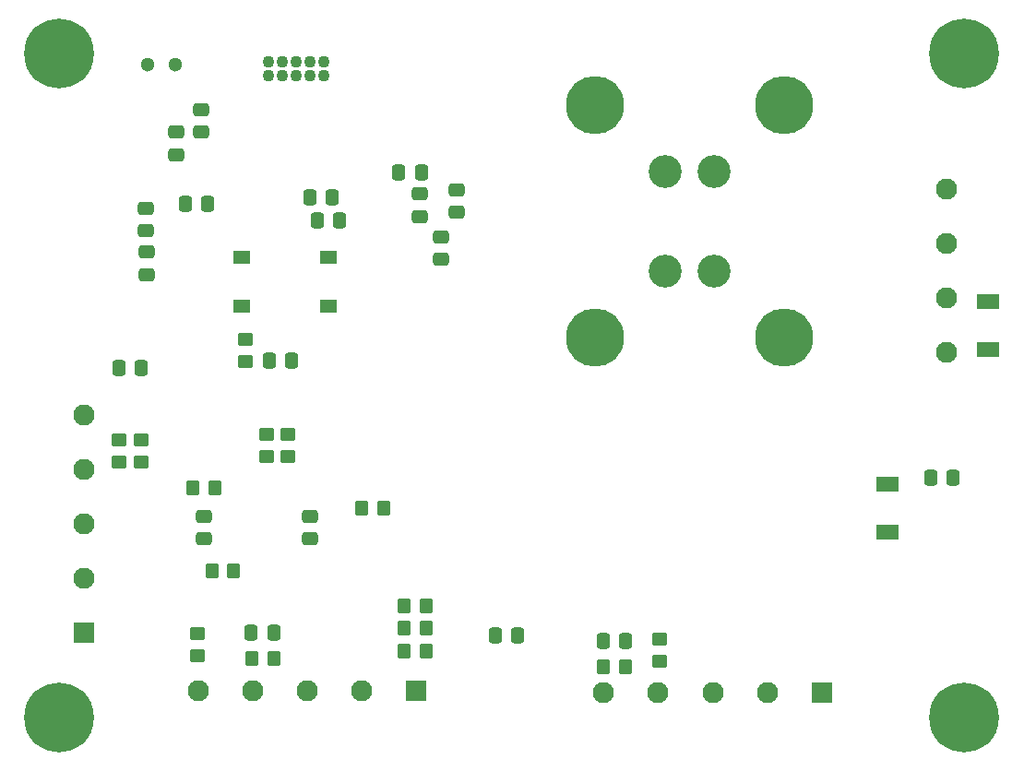
<source format=gbr>
%TF.GenerationSoftware,KiCad,Pcbnew,(6.0.0)*%
%TF.CreationDate,2022-02-17T00:51:34-06:00*%
%TF.ProjectId,digitizer,64696769-7469-47a6-9572-2e6b69636164,1*%
%TF.SameCoordinates,Original*%
%TF.FileFunction,Soldermask,Bot*%
%TF.FilePolarity,Negative*%
%FSLAX46Y46*%
G04 Gerber Fmt 4.6, Leading zero omitted, Abs format (unit mm)*
G04 Created by KiCad (PCBNEW (6.0.0)) date 2022-02-17 00:51:34*
%MOMM*%
%LPD*%
G01*
G04 APERTURE LIST*
G04 Aperture macros list*
%AMRoundRect*
0 Rectangle with rounded corners*
0 $1 Rounding radius*
0 $2 $3 $4 $5 $6 $7 $8 $9 X,Y pos of 4 corners*
0 Add a 4 corners polygon primitive as box body*
4,1,4,$2,$3,$4,$5,$6,$7,$8,$9,$2,$3,0*
0 Add four circle primitives for the rounded corners*
1,1,$1+$1,$2,$3*
1,1,$1+$1,$4,$5*
1,1,$1+$1,$6,$7*
1,1,$1+$1,$8,$9*
0 Add four rect primitives between the rounded corners*
20,1,$1+$1,$2,$3,$4,$5,0*
20,1,$1+$1,$4,$5,$6,$7,0*
20,1,$1+$1,$6,$7,$8,$9,0*
20,1,$1+$1,$8,$9,$2,$3,0*%
G04 Aperture macros list end*
%ADD10R,1.950000X1.950000*%
%ADD11C,1.950000*%
%ADD12C,6.400000*%
%ADD13RoundRect,0.250000X-0.475000X0.337500X-0.475000X-0.337500X0.475000X-0.337500X0.475000X0.337500X0*%
%ADD14RoundRect,0.250000X-0.350000X-0.450000X0.350000X-0.450000X0.350000X0.450000X-0.350000X0.450000X0*%
%ADD15C,3.015000*%
%ADD16C,5.340000*%
%ADD17C,1.300000*%
%ADD18R,1.550000X1.300000*%
%ADD19RoundRect,0.250000X-0.337500X-0.475000X0.337500X-0.475000X0.337500X0.475000X-0.337500X0.475000X0*%
%ADD20RoundRect,0.250000X0.450000X-0.350000X0.450000X0.350000X-0.450000X0.350000X-0.450000X-0.350000X0*%
%ADD21RoundRect,0.250000X-0.450000X0.350000X-0.450000X-0.350000X0.450000X-0.350000X0.450000X0.350000X0*%
%ADD22R,2.100000X1.400000*%
%ADD23RoundRect,0.250000X0.337500X0.475000X-0.337500X0.475000X-0.337500X-0.475000X0.337500X-0.475000X0*%
%ADD24RoundRect,0.250000X0.350000X0.450000X-0.350000X0.450000X-0.350000X-0.450000X0.350000X-0.450000X0*%
%ADD25C,1.100000*%
%ADD26RoundRect,0.250000X0.475000X-0.337500X0.475000X0.337500X-0.475000X0.337500X-0.475000X-0.337500X0*%
G04 APERTURE END LIST*
D10*
%TO.C,J303*%
X152220000Y-112670000D03*
D11*
X147220000Y-112670000D03*
X142220000Y-112670000D03*
X137220000Y-112670000D03*
X132220000Y-112670000D03*
%TD*%
D12*
%TO.C,H203*%
X165250000Y-115000000D03*
%TD*%
D10*
%TO.C,J301*%
X84490000Y-107215000D03*
D11*
X84490000Y-102215000D03*
X84490000Y-97215000D03*
X84490000Y-92215000D03*
X84490000Y-87215000D03*
%TD*%
D12*
%TO.C,H204*%
X82250000Y-115000000D03*
%TD*%
%TO.C,H202*%
X165250000Y-54000000D03*
%TD*%
D11*
%TO.C,J202*%
X163640000Y-66420000D03*
X163640000Y-71420000D03*
X163640000Y-76420000D03*
X163640000Y-81420000D03*
%TD*%
D12*
%TO.C,H201*%
X82250000Y-54000000D03*
%TD*%
D10*
%TO.C,J302*%
X114975000Y-112490000D03*
D11*
X109975000Y-112490000D03*
X104975000Y-112490000D03*
X99975000Y-112490000D03*
X94975000Y-112490000D03*
%TD*%
D13*
%TO.C,C415*%
X93000000Y-61212500D03*
X93000000Y-63287500D03*
%TD*%
%TO.C,C202*%
X105250000Y-96500000D03*
X105250000Y-98575000D03*
%TD*%
D14*
%TO.C,R314*%
X99940000Y-109530000D03*
X101940000Y-109530000D03*
%TD*%
D13*
%TO.C,C404*%
X90200000Y-68225000D03*
X90200000Y-70300000D03*
%TD*%
D15*
%TO.C,J201*%
X142325000Y-64860000D03*
X137875000Y-64860000D03*
X137875000Y-73980000D03*
X142325000Y-73980000D03*
D16*
X148750000Y-58750000D03*
X131450000Y-58750000D03*
X131450000Y-80090000D03*
X148750000Y-80090000D03*
%TD*%
D17*
%TO.C,LED201*%
X92870000Y-55000000D03*
X90330000Y-55000000D03*
%TD*%
D13*
%TO.C,C406*%
X117300000Y-70862500D03*
X117300000Y-72937500D03*
%TD*%
D18*
%TO.C,S401*%
X106975000Y-72750000D03*
X99025000Y-72750000D03*
X106975000Y-77250000D03*
X99025000Y-77250000D03*
%TD*%
D19*
%TO.C,C201*%
X162212500Y-93000000D03*
X164287500Y-93000000D03*
%TD*%
D20*
%TO.C,R313*%
X94960000Y-109270000D03*
X94960000Y-107270000D03*
%TD*%
D21*
%TO.C,R206*%
X89750000Y-89500000D03*
X89750000Y-91500000D03*
%TD*%
D14*
%TO.C,R203*%
X110000000Y-95750000D03*
X112000000Y-95750000D03*
%TD*%
D22*
%TO.C,D205*%
X167500000Y-81200000D03*
X167500000Y-76800000D03*
%TD*%
D23*
%TO.C,C408*%
X108000000Y-69300000D03*
X105925000Y-69300000D03*
%TD*%
D13*
%TO.C,C414*%
X90250000Y-72250000D03*
X90250000Y-74325000D03*
%TD*%
D24*
%TO.C,R208*%
X98250000Y-101500000D03*
X96250000Y-101500000D03*
%TD*%
D14*
%TO.C,R302*%
X113900000Y-106800000D03*
X115900000Y-106800000D03*
%TD*%
D25*
%TO.C,J401*%
X101460000Y-54767500D03*
X101460000Y-56037500D03*
X102730000Y-54767500D03*
X102730000Y-56037500D03*
X104000000Y-54767500D03*
X104000000Y-56037500D03*
X105270000Y-54767500D03*
X105270000Y-56037500D03*
X106540000Y-54767500D03*
X106540000Y-56037500D03*
%TD*%
D14*
%TO.C,R304*%
X113900000Y-104700000D03*
X115900000Y-104700000D03*
%TD*%
D23*
%TO.C,C302*%
X124337500Y-107400000D03*
X122262500Y-107400000D03*
%TD*%
D21*
%TO.C,R202*%
X103250000Y-89000000D03*
X103250000Y-91000000D03*
%TD*%
D19*
%TO.C,C403*%
X113425000Y-64925000D03*
X115500000Y-64925000D03*
%TD*%
D14*
%TO.C,R205*%
X94500000Y-93900000D03*
X96500000Y-93900000D03*
%TD*%
D19*
%TO.C,C401*%
X105225000Y-67200000D03*
X107300000Y-67200000D03*
%TD*%
D21*
%TO.C,R201*%
X101250000Y-89000000D03*
X101250000Y-91000000D03*
%TD*%
D13*
%TO.C,C407*%
X118700000Y-66525000D03*
X118700000Y-68600000D03*
%TD*%
D23*
%TO.C,C409*%
X95900000Y-67800000D03*
X93825000Y-67800000D03*
%TD*%
D20*
%TO.C,R407*%
X99300000Y-82300000D03*
X99300000Y-80300000D03*
%TD*%
%TO.C,R316*%
X137310000Y-109800000D03*
X137310000Y-107800000D03*
%TD*%
D22*
%TO.C,D202*%
X158250000Y-93550000D03*
X158250000Y-97950000D03*
%TD*%
D14*
%TO.C,R301*%
X113900000Y-108900000D03*
X115900000Y-108900000D03*
%TD*%
D23*
%TO.C,C410*%
X89800000Y-82900000D03*
X87725000Y-82900000D03*
%TD*%
%TO.C,C307*%
X101945000Y-107160000D03*
X99870000Y-107160000D03*
%TD*%
D21*
%TO.C,R207*%
X87750000Y-89500000D03*
X87750000Y-91500000D03*
%TD*%
D26*
%TO.C,C402*%
X115300000Y-69000000D03*
X115300000Y-66925000D03*
%TD*%
D14*
%TO.C,R315*%
X132210000Y-110330000D03*
X134210000Y-110330000D03*
%TD*%
D19*
%TO.C,C305*%
X132150000Y-107950000D03*
X134225000Y-107950000D03*
%TD*%
D26*
%TO.C,C416*%
X95300000Y-61237500D03*
X95300000Y-59162500D03*
%TD*%
D13*
%TO.C,C203*%
X95500000Y-96512500D03*
X95500000Y-98587500D03*
%TD*%
D19*
%TO.C,C405*%
X101500000Y-82200000D03*
X103575000Y-82200000D03*
%TD*%
M02*

</source>
